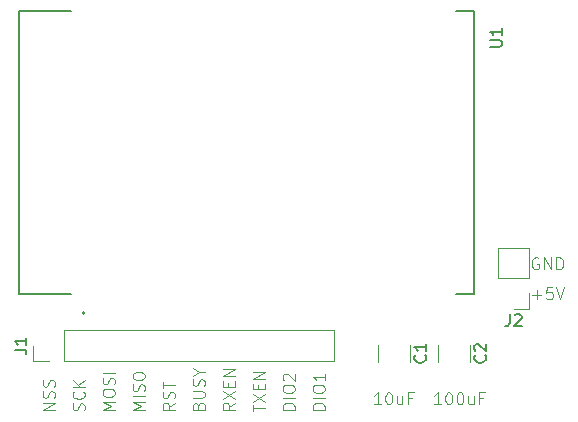
<source format=gbr>
%TF.GenerationSoftware,KiCad,Pcbnew,9.0.0*%
%TF.CreationDate,2025-02-26T09:21:49+02:00*%
%TF.ProjectId,E900M30S shield,45393030-4d33-4305-9320-736869656c64,rev?*%
%TF.SameCoordinates,Original*%
%TF.FileFunction,Legend,Top*%
%TF.FilePolarity,Positive*%
%FSLAX46Y46*%
G04 Gerber Fmt 4.6, Leading zero omitted, Abs format (unit mm)*
G04 Created by KiCad (PCBNEW 9.0.0) date 2025-02-26 09:21:49*
%MOMM*%
%LPD*%
G01*
G04 APERTURE LIST*
%ADD10C,0.100000*%
%ADD11C,0.150000*%
%ADD12C,0.120000*%
%ADD13C,0.127000*%
%ADD14C,0.200000*%
G04 APERTURE END LIST*
D10*
X147512693Y-133857419D02*
X146941265Y-133857419D01*
X147226979Y-133857419D02*
X147226979Y-132857419D01*
X147226979Y-132857419D02*
X147131741Y-133000276D01*
X147131741Y-133000276D02*
X147036503Y-133095514D01*
X147036503Y-133095514D02*
X146941265Y-133143133D01*
X148131741Y-132857419D02*
X148226979Y-132857419D01*
X148226979Y-132857419D02*
X148322217Y-132905038D01*
X148322217Y-132905038D02*
X148369836Y-132952657D01*
X148369836Y-132952657D02*
X148417455Y-133047895D01*
X148417455Y-133047895D02*
X148465074Y-133238371D01*
X148465074Y-133238371D02*
X148465074Y-133476466D01*
X148465074Y-133476466D02*
X148417455Y-133666942D01*
X148417455Y-133666942D02*
X148369836Y-133762180D01*
X148369836Y-133762180D02*
X148322217Y-133809800D01*
X148322217Y-133809800D02*
X148226979Y-133857419D01*
X148226979Y-133857419D02*
X148131741Y-133857419D01*
X148131741Y-133857419D02*
X148036503Y-133809800D01*
X148036503Y-133809800D02*
X147988884Y-133762180D01*
X147988884Y-133762180D02*
X147941265Y-133666942D01*
X147941265Y-133666942D02*
X147893646Y-133476466D01*
X147893646Y-133476466D02*
X147893646Y-133238371D01*
X147893646Y-133238371D02*
X147941265Y-133047895D01*
X147941265Y-133047895D02*
X147988884Y-132952657D01*
X147988884Y-132952657D02*
X148036503Y-132905038D01*
X148036503Y-132905038D02*
X148131741Y-132857419D01*
X149322217Y-133190752D02*
X149322217Y-133857419D01*
X148893646Y-133190752D02*
X148893646Y-133714561D01*
X148893646Y-133714561D02*
X148941265Y-133809800D01*
X148941265Y-133809800D02*
X149036503Y-133857419D01*
X149036503Y-133857419D02*
X149179360Y-133857419D01*
X149179360Y-133857419D02*
X149274598Y-133809800D01*
X149274598Y-133809800D02*
X149322217Y-133762180D01*
X150131741Y-133333609D02*
X149798408Y-133333609D01*
X149798408Y-133857419D02*
X149798408Y-132857419D01*
X149798408Y-132857419D02*
X150274598Y-132857419D01*
X124967419Y-134316115D02*
X123967419Y-134316115D01*
X123967419Y-134316115D02*
X124681704Y-133982782D01*
X124681704Y-133982782D02*
X123967419Y-133649449D01*
X123967419Y-133649449D02*
X124967419Y-133649449D01*
X123967419Y-132982782D02*
X123967419Y-132792306D01*
X123967419Y-132792306D02*
X124015038Y-132697068D01*
X124015038Y-132697068D02*
X124110276Y-132601830D01*
X124110276Y-132601830D02*
X124300752Y-132554211D01*
X124300752Y-132554211D02*
X124634085Y-132554211D01*
X124634085Y-132554211D02*
X124824561Y-132601830D01*
X124824561Y-132601830D02*
X124919800Y-132697068D01*
X124919800Y-132697068D02*
X124967419Y-132792306D01*
X124967419Y-132792306D02*
X124967419Y-132982782D01*
X124967419Y-132982782D02*
X124919800Y-133078020D01*
X124919800Y-133078020D02*
X124824561Y-133173258D01*
X124824561Y-133173258D02*
X124634085Y-133220877D01*
X124634085Y-133220877D02*
X124300752Y-133220877D01*
X124300752Y-133220877D02*
X124110276Y-133173258D01*
X124110276Y-133173258D02*
X124015038Y-133078020D01*
X124015038Y-133078020D02*
X123967419Y-132982782D01*
X124919800Y-132173258D02*
X124967419Y-132030401D01*
X124967419Y-132030401D02*
X124967419Y-131792306D01*
X124967419Y-131792306D02*
X124919800Y-131697068D01*
X124919800Y-131697068D02*
X124872180Y-131649449D01*
X124872180Y-131649449D02*
X124776942Y-131601830D01*
X124776942Y-131601830D02*
X124681704Y-131601830D01*
X124681704Y-131601830D02*
X124586466Y-131649449D01*
X124586466Y-131649449D02*
X124538847Y-131697068D01*
X124538847Y-131697068D02*
X124491228Y-131792306D01*
X124491228Y-131792306D02*
X124443609Y-131982782D01*
X124443609Y-131982782D02*
X124395990Y-132078020D01*
X124395990Y-132078020D02*
X124348371Y-132125639D01*
X124348371Y-132125639D02*
X124253133Y-132173258D01*
X124253133Y-132173258D02*
X124157895Y-132173258D01*
X124157895Y-132173258D02*
X124062657Y-132125639D01*
X124062657Y-132125639D02*
X124015038Y-132078020D01*
X124015038Y-132078020D02*
X123967419Y-131982782D01*
X123967419Y-131982782D02*
X123967419Y-131744687D01*
X123967419Y-131744687D02*
X124015038Y-131601830D01*
X124967419Y-131173258D02*
X123967419Y-131173258D01*
X160323884Y-124586466D02*
X161085789Y-124586466D01*
X160704836Y-124967419D02*
X160704836Y-124205514D01*
X162038169Y-123967419D02*
X161561979Y-123967419D01*
X161561979Y-123967419D02*
X161514360Y-124443609D01*
X161514360Y-124443609D02*
X161561979Y-124395990D01*
X161561979Y-124395990D02*
X161657217Y-124348371D01*
X161657217Y-124348371D02*
X161895312Y-124348371D01*
X161895312Y-124348371D02*
X161990550Y-124395990D01*
X161990550Y-124395990D02*
X162038169Y-124443609D01*
X162038169Y-124443609D02*
X162085788Y-124538847D01*
X162085788Y-124538847D02*
X162085788Y-124776942D01*
X162085788Y-124776942D02*
X162038169Y-124872180D01*
X162038169Y-124872180D02*
X161990550Y-124919800D01*
X161990550Y-124919800D02*
X161895312Y-124967419D01*
X161895312Y-124967419D02*
X161657217Y-124967419D01*
X161657217Y-124967419D02*
X161561979Y-124919800D01*
X161561979Y-124919800D02*
X161514360Y-124872180D01*
X162371503Y-123967419D02*
X162704836Y-124967419D01*
X162704836Y-124967419D02*
X163038169Y-123967419D01*
X127507419Y-134316115D02*
X126507419Y-134316115D01*
X126507419Y-134316115D02*
X127221704Y-133982782D01*
X127221704Y-133982782D02*
X126507419Y-133649449D01*
X126507419Y-133649449D02*
X127507419Y-133649449D01*
X127507419Y-133173258D02*
X126507419Y-133173258D01*
X127459800Y-132744687D02*
X127507419Y-132601830D01*
X127507419Y-132601830D02*
X127507419Y-132363735D01*
X127507419Y-132363735D02*
X127459800Y-132268497D01*
X127459800Y-132268497D02*
X127412180Y-132220878D01*
X127412180Y-132220878D02*
X127316942Y-132173259D01*
X127316942Y-132173259D02*
X127221704Y-132173259D01*
X127221704Y-132173259D02*
X127126466Y-132220878D01*
X127126466Y-132220878D02*
X127078847Y-132268497D01*
X127078847Y-132268497D02*
X127031228Y-132363735D01*
X127031228Y-132363735D02*
X126983609Y-132554211D01*
X126983609Y-132554211D02*
X126935990Y-132649449D01*
X126935990Y-132649449D02*
X126888371Y-132697068D01*
X126888371Y-132697068D02*
X126793133Y-132744687D01*
X126793133Y-132744687D02*
X126697895Y-132744687D01*
X126697895Y-132744687D02*
X126602657Y-132697068D01*
X126602657Y-132697068D02*
X126555038Y-132649449D01*
X126555038Y-132649449D02*
X126507419Y-132554211D01*
X126507419Y-132554211D02*
X126507419Y-132316116D01*
X126507419Y-132316116D02*
X126555038Y-132173259D01*
X126507419Y-131554211D02*
X126507419Y-131363735D01*
X126507419Y-131363735D02*
X126555038Y-131268497D01*
X126555038Y-131268497D02*
X126650276Y-131173259D01*
X126650276Y-131173259D02*
X126840752Y-131125640D01*
X126840752Y-131125640D02*
X127174085Y-131125640D01*
X127174085Y-131125640D02*
X127364561Y-131173259D01*
X127364561Y-131173259D02*
X127459800Y-131268497D01*
X127459800Y-131268497D02*
X127507419Y-131363735D01*
X127507419Y-131363735D02*
X127507419Y-131554211D01*
X127507419Y-131554211D02*
X127459800Y-131649449D01*
X127459800Y-131649449D02*
X127364561Y-131744687D01*
X127364561Y-131744687D02*
X127174085Y-131792306D01*
X127174085Y-131792306D02*
X126840752Y-131792306D01*
X126840752Y-131792306D02*
X126650276Y-131744687D01*
X126650276Y-131744687D02*
X126555038Y-131649449D01*
X126555038Y-131649449D02*
X126507419Y-131554211D01*
X160847693Y-121475038D02*
X160752455Y-121427419D01*
X160752455Y-121427419D02*
X160609598Y-121427419D01*
X160609598Y-121427419D02*
X160466741Y-121475038D01*
X160466741Y-121475038D02*
X160371503Y-121570276D01*
X160371503Y-121570276D02*
X160323884Y-121665514D01*
X160323884Y-121665514D02*
X160276265Y-121855990D01*
X160276265Y-121855990D02*
X160276265Y-121998847D01*
X160276265Y-121998847D02*
X160323884Y-122189323D01*
X160323884Y-122189323D02*
X160371503Y-122284561D01*
X160371503Y-122284561D02*
X160466741Y-122379800D01*
X160466741Y-122379800D02*
X160609598Y-122427419D01*
X160609598Y-122427419D02*
X160704836Y-122427419D01*
X160704836Y-122427419D02*
X160847693Y-122379800D01*
X160847693Y-122379800D02*
X160895312Y-122332180D01*
X160895312Y-122332180D02*
X160895312Y-121998847D01*
X160895312Y-121998847D02*
X160704836Y-121998847D01*
X161323884Y-122427419D02*
X161323884Y-121427419D01*
X161323884Y-121427419D02*
X161895312Y-122427419D01*
X161895312Y-122427419D02*
X161895312Y-121427419D01*
X162371503Y-122427419D02*
X162371503Y-121427419D01*
X162371503Y-121427419D02*
X162609598Y-121427419D01*
X162609598Y-121427419D02*
X162752455Y-121475038D01*
X162752455Y-121475038D02*
X162847693Y-121570276D01*
X162847693Y-121570276D02*
X162895312Y-121665514D01*
X162895312Y-121665514D02*
X162942931Y-121855990D01*
X162942931Y-121855990D02*
X162942931Y-121998847D01*
X162942931Y-121998847D02*
X162895312Y-122189323D01*
X162895312Y-122189323D02*
X162847693Y-122284561D01*
X162847693Y-122284561D02*
X162752455Y-122379800D01*
X162752455Y-122379800D02*
X162609598Y-122427419D01*
X162609598Y-122427419D02*
X162371503Y-122427419D01*
X140207419Y-134316115D02*
X139207419Y-134316115D01*
X139207419Y-134316115D02*
X139207419Y-134078020D01*
X139207419Y-134078020D02*
X139255038Y-133935163D01*
X139255038Y-133935163D02*
X139350276Y-133839925D01*
X139350276Y-133839925D02*
X139445514Y-133792306D01*
X139445514Y-133792306D02*
X139635990Y-133744687D01*
X139635990Y-133744687D02*
X139778847Y-133744687D01*
X139778847Y-133744687D02*
X139969323Y-133792306D01*
X139969323Y-133792306D02*
X140064561Y-133839925D01*
X140064561Y-133839925D02*
X140159800Y-133935163D01*
X140159800Y-133935163D02*
X140207419Y-134078020D01*
X140207419Y-134078020D02*
X140207419Y-134316115D01*
X140207419Y-133316115D02*
X139207419Y-133316115D01*
X139207419Y-132649449D02*
X139207419Y-132458973D01*
X139207419Y-132458973D02*
X139255038Y-132363735D01*
X139255038Y-132363735D02*
X139350276Y-132268497D01*
X139350276Y-132268497D02*
X139540752Y-132220878D01*
X139540752Y-132220878D02*
X139874085Y-132220878D01*
X139874085Y-132220878D02*
X140064561Y-132268497D01*
X140064561Y-132268497D02*
X140159800Y-132363735D01*
X140159800Y-132363735D02*
X140207419Y-132458973D01*
X140207419Y-132458973D02*
X140207419Y-132649449D01*
X140207419Y-132649449D02*
X140159800Y-132744687D01*
X140159800Y-132744687D02*
X140064561Y-132839925D01*
X140064561Y-132839925D02*
X139874085Y-132887544D01*
X139874085Y-132887544D02*
X139540752Y-132887544D01*
X139540752Y-132887544D02*
X139350276Y-132839925D01*
X139350276Y-132839925D02*
X139255038Y-132744687D01*
X139255038Y-132744687D02*
X139207419Y-132649449D01*
X139302657Y-131839925D02*
X139255038Y-131792306D01*
X139255038Y-131792306D02*
X139207419Y-131697068D01*
X139207419Y-131697068D02*
X139207419Y-131458973D01*
X139207419Y-131458973D02*
X139255038Y-131363735D01*
X139255038Y-131363735D02*
X139302657Y-131316116D01*
X139302657Y-131316116D02*
X139397895Y-131268497D01*
X139397895Y-131268497D02*
X139493133Y-131268497D01*
X139493133Y-131268497D02*
X139635990Y-131316116D01*
X139635990Y-131316116D02*
X140207419Y-131887544D01*
X140207419Y-131887544D02*
X140207419Y-131268497D01*
X122379800Y-134363734D02*
X122427419Y-134220877D01*
X122427419Y-134220877D02*
X122427419Y-133982782D01*
X122427419Y-133982782D02*
X122379800Y-133887544D01*
X122379800Y-133887544D02*
X122332180Y-133839925D01*
X122332180Y-133839925D02*
X122236942Y-133792306D01*
X122236942Y-133792306D02*
X122141704Y-133792306D01*
X122141704Y-133792306D02*
X122046466Y-133839925D01*
X122046466Y-133839925D02*
X121998847Y-133887544D01*
X121998847Y-133887544D02*
X121951228Y-133982782D01*
X121951228Y-133982782D02*
X121903609Y-134173258D01*
X121903609Y-134173258D02*
X121855990Y-134268496D01*
X121855990Y-134268496D02*
X121808371Y-134316115D01*
X121808371Y-134316115D02*
X121713133Y-134363734D01*
X121713133Y-134363734D02*
X121617895Y-134363734D01*
X121617895Y-134363734D02*
X121522657Y-134316115D01*
X121522657Y-134316115D02*
X121475038Y-134268496D01*
X121475038Y-134268496D02*
X121427419Y-134173258D01*
X121427419Y-134173258D02*
X121427419Y-133935163D01*
X121427419Y-133935163D02*
X121475038Y-133792306D01*
X122332180Y-132792306D02*
X122379800Y-132839925D01*
X122379800Y-132839925D02*
X122427419Y-132982782D01*
X122427419Y-132982782D02*
X122427419Y-133078020D01*
X122427419Y-133078020D02*
X122379800Y-133220877D01*
X122379800Y-133220877D02*
X122284561Y-133316115D01*
X122284561Y-133316115D02*
X122189323Y-133363734D01*
X122189323Y-133363734D02*
X121998847Y-133411353D01*
X121998847Y-133411353D02*
X121855990Y-133411353D01*
X121855990Y-133411353D02*
X121665514Y-133363734D01*
X121665514Y-133363734D02*
X121570276Y-133316115D01*
X121570276Y-133316115D02*
X121475038Y-133220877D01*
X121475038Y-133220877D02*
X121427419Y-133078020D01*
X121427419Y-133078020D02*
X121427419Y-132982782D01*
X121427419Y-132982782D02*
X121475038Y-132839925D01*
X121475038Y-132839925D02*
X121522657Y-132792306D01*
X122427419Y-132363734D02*
X121427419Y-132363734D01*
X122427419Y-131792306D02*
X121855990Y-132220877D01*
X121427419Y-131792306D02*
X121998847Y-132363734D01*
X119887419Y-134316115D02*
X118887419Y-134316115D01*
X118887419Y-134316115D02*
X119887419Y-133744687D01*
X119887419Y-133744687D02*
X118887419Y-133744687D01*
X119839800Y-133316115D02*
X119887419Y-133173258D01*
X119887419Y-133173258D02*
X119887419Y-132935163D01*
X119887419Y-132935163D02*
X119839800Y-132839925D01*
X119839800Y-132839925D02*
X119792180Y-132792306D01*
X119792180Y-132792306D02*
X119696942Y-132744687D01*
X119696942Y-132744687D02*
X119601704Y-132744687D01*
X119601704Y-132744687D02*
X119506466Y-132792306D01*
X119506466Y-132792306D02*
X119458847Y-132839925D01*
X119458847Y-132839925D02*
X119411228Y-132935163D01*
X119411228Y-132935163D02*
X119363609Y-133125639D01*
X119363609Y-133125639D02*
X119315990Y-133220877D01*
X119315990Y-133220877D02*
X119268371Y-133268496D01*
X119268371Y-133268496D02*
X119173133Y-133316115D01*
X119173133Y-133316115D02*
X119077895Y-133316115D01*
X119077895Y-133316115D02*
X118982657Y-133268496D01*
X118982657Y-133268496D02*
X118935038Y-133220877D01*
X118935038Y-133220877D02*
X118887419Y-133125639D01*
X118887419Y-133125639D02*
X118887419Y-132887544D01*
X118887419Y-132887544D02*
X118935038Y-132744687D01*
X119839800Y-132363734D02*
X119887419Y-132220877D01*
X119887419Y-132220877D02*
X119887419Y-131982782D01*
X119887419Y-131982782D02*
X119839800Y-131887544D01*
X119839800Y-131887544D02*
X119792180Y-131839925D01*
X119792180Y-131839925D02*
X119696942Y-131792306D01*
X119696942Y-131792306D02*
X119601704Y-131792306D01*
X119601704Y-131792306D02*
X119506466Y-131839925D01*
X119506466Y-131839925D02*
X119458847Y-131887544D01*
X119458847Y-131887544D02*
X119411228Y-131982782D01*
X119411228Y-131982782D02*
X119363609Y-132173258D01*
X119363609Y-132173258D02*
X119315990Y-132268496D01*
X119315990Y-132268496D02*
X119268371Y-132316115D01*
X119268371Y-132316115D02*
X119173133Y-132363734D01*
X119173133Y-132363734D02*
X119077895Y-132363734D01*
X119077895Y-132363734D02*
X118982657Y-132316115D01*
X118982657Y-132316115D02*
X118935038Y-132268496D01*
X118935038Y-132268496D02*
X118887419Y-132173258D01*
X118887419Y-132173258D02*
X118887419Y-131935163D01*
X118887419Y-131935163D02*
X118935038Y-131792306D01*
X135127419Y-133744687D02*
X134651228Y-134078020D01*
X135127419Y-134316115D02*
X134127419Y-134316115D01*
X134127419Y-134316115D02*
X134127419Y-133935163D01*
X134127419Y-133935163D02*
X134175038Y-133839925D01*
X134175038Y-133839925D02*
X134222657Y-133792306D01*
X134222657Y-133792306D02*
X134317895Y-133744687D01*
X134317895Y-133744687D02*
X134460752Y-133744687D01*
X134460752Y-133744687D02*
X134555990Y-133792306D01*
X134555990Y-133792306D02*
X134603609Y-133839925D01*
X134603609Y-133839925D02*
X134651228Y-133935163D01*
X134651228Y-133935163D02*
X134651228Y-134316115D01*
X134127419Y-133411353D02*
X135127419Y-132744687D01*
X134127419Y-132744687D02*
X135127419Y-133411353D01*
X134603609Y-132363734D02*
X134603609Y-132030401D01*
X135127419Y-131887544D02*
X135127419Y-132363734D01*
X135127419Y-132363734D02*
X134127419Y-132363734D01*
X134127419Y-132363734D02*
X134127419Y-131887544D01*
X135127419Y-131458972D02*
X134127419Y-131458972D01*
X134127419Y-131458972D02*
X135127419Y-130887544D01*
X135127419Y-130887544D02*
X134127419Y-130887544D01*
X132063609Y-133982782D02*
X132111228Y-133839925D01*
X132111228Y-133839925D02*
X132158847Y-133792306D01*
X132158847Y-133792306D02*
X132254085Y-133744687D01*
X132254085Y-133744687D02*
X132396942Y-133744687D01*
X132396942Y-133744687D02*
X132492180Y-133792306D01*
X132492180Y-133792306D02*
X132539800Y-133839925D01*
X132539800Y-133839925D02*
X132587419Y-133935163D01*
X132587419Y-133935163D02*
X132587419Y-134316115D01*
X132587419Y-134316115D02*
X131587419Y-134316115D01*
X131587419Y-134316115D02*
X131587419Y-133982782D01*
X131587419Y-133982782D02*
X131635038Y-133887544D01*
X131635038Y-133887544D02*
X131682657Y-133839925D01*
X131682657Y-133839925D02*
X131777895Y-133792306D01*
X131777895Y-133792306D02*
X131873133Y-133792306D01*
X131873133Y-133792306D02*
X131968371Y-133839925D01*
X131968371Y-133839925D02*
X132015990Y-133887544D01*
X132015990Y-133887544D02*
X132063609Y-133982782D01*
X132063609Y-133982782D02*
X132063609Y-134316115D01*
X131587419Y-133316115D02*
X132396942Y-133316115D01*
X132396942Y-133316115D02*
X132492180Y-133268496D01*
X132492180Y-133268496D02*
X132539800Y-133220877D01*
X132539800Y-133220877D02*
X132587419Y-133125639D01*
X132587419Y-133125639D02*
X132587419Y-132935163D01*
X132587419Y-132935163D02*
X132539800Y-132839925D01*
X132539800Y-132839925D02*
X132492180Y-132792306D01*
X132492180Y-132792306D02*
X132396942Y-132744687D01*
X132396942Y-132744687D02*
X131587419Y-132744687D01*
X132539800Y-132316115D02*
X132587419Y-132173258D01*
X132587419Y-132173258D02*
X132587419Y-131935163D01*
X132587419Y-131935163D02*
X132539800Y-131839925D01*
X132539800Y-131839925D02*
X132492180Y-131792306D01*
X132492180Y-131792306D02*
X132396942Y-131744687D01*
X132396942Y-131744687D02*
X132301704Y-131744687D01*
X132301704Y-131744687D02*
X132206466Y-131792306D01*
X132206466Y-131792306D02*
X132158847Y-131839925D01*
X132158847Y-131839925D02*
X132111228Y-131935163D01*
X132111228Y-131935163D02*
X132063609Y-132125639D01*
X132063609Y-132125639D02*
X132015990Y-132220877D01*
X132015990Y-132220877D02*
X131968371Y-132268496D01*
X131968371Y-132268496D02*
X131873133Y-132316115D01*
X131873133Y-132316115D02*
X131777895Y-132316115D01*
X131777895Y-132316115D02*
X131682657Y-132268496D01*
X131682657Y-132268496D02*
X131635038Y-132220877D01*
X131635038Y-132220877D02*
X131587419Y-132125639D01*
X131587419Y-132125639D02*
X131587419Y-131887544D01*
X131587419Y-131887544D02*
X131635038Y-131744687D01*
X132111228Y-131125639D02*
X132587419Y-131125639D01*
X131587419Y-131458972D02*
X132111228Y-131125639D01*
X132111228Y-131125639D02*
X131587419Y-130792306D01*
X142747419Y-134316115D02*
X141747419Y-134316115D01*
X141747419Y-134316115D02*
X141747419Y-134078020D01*
X141747419Y-134078020D02*
X141795038Y-133935163D01*
X141795038Y-133935163D02*
X141890276Y-133839925D01*
X141890276Y-133839925D02*
X141985514Y-133792306D01*
X141985514Y-133792306D02*
X142175990Y-133744687D01*
X142175990Y-133744687D02*
X142318847Y-133744687D01*
X142318847Y-133744687D02*
X142509323Y-133792306D01*
X142509323Y-133792306D02*
X142604561Y-133839925D01*
X142604561Y-133839925D02*
X142699800Y-133935163D01*
X142699800Y-133935163D02*
X142747419Y-134078020D01*
X142747419Y-134078020D02*
X142747419Y-134316115D01*
X142747419Y-133316115D02*
X141747419Y-133316115D01*
X141747419Y-132649449D02*
X141747419Y-132458973D01*
X141747419Y-132458973D02*
X141795038Y-132363735D01*
X141795038Y-132363735D02*
X141890276Y-132268497D01*
X141890276Y-132268497D02*
X142080752Y-132220878D01*
X142080752Y-132220878D02*
X142414085Y-132220878D01*
X142414085Y-132220878D02*
X142604561Y-132268497D01*
X142604561Y-132268497D02*
X142699800Y-132363735D01*
X142699800Y-132363735D02*
X142747419Y-132458973D01*
X142747419Y-132458973D02*
X142747419Y-132649449D01*
X142747419Y-132649449D02*
X142699800Y-132744687D01*
X142699800Y-132744687D02*
X142604561Y-132839925D01*
X142604561Y-132839925D02*
X142414085Y-132887544D01*
X142414085Y-132887544D02*
X142080752Y-132887544D01*
X142080752Y-132887544D02*
X141890276Y-132839925D01*
X141890276Y-132839925D02*
X141795038Y-132744687D01*
X141795038Y-132744687D02*
X141747419Y-132649449D01*
X142747419Y-131268497D02*
X142747419Y-131839925D01*
X142747419Y-131554211D02*
X141747419Y-131554211D01*
X141747419Y-131554211D02*
X141890276Y-131649449D01*
X141890276Y-131649449D02*
X141985514Y-131744687D01*
X141985514Y-131744687D02*
X142033133Y-131839925D01*
X152592693Y-133857419D02*
X152021265Y-133857419D01*
X152306979Y-133857419D02*
X152306979Y-132857419D01*
X152306979Y-132857419D02*
X152211741Y-133000276D01*
X152211741Y-133000276D02*
X152116503Y-133095514D01*
X152116503Y-133095514D02*
X152021265Y-133143133D01*
X153211741Y-132857419D02*
X153306979Y-132857419D01*
X153306979Y-132857419D02*
X153402217Y-132905038D01*
X153402217Y-132905038D02*
X153449836Y-132952657D01*
X153449836Y-132952657D02*
X153497455Y-133047895D01*
X153497455Y-133047895D02*
X153545074Y-133238371D01*
X153545074Y-133238371D02*
X153545074Y-133476466D01*
X153545074Y-133476466D02*
X153497455Y-133666942D01*
X153497455Y-133666942D02*
X153449836Y-133762180D01*
X153449836Y-133762180D02*
X153402217Y-133809800D01*
X153402217Y-133809800D02*
X153306979Y-133857419D01*
X153306979Y-133857419D02*
X153211741Y-133857419D01*
X153211741Y-133857419D02*
X153116503Y-133809800D01*
X153116503Y-133809800D02*
X153068884Y-133762180D01*
X153068884Y-133762180D02*
X153021265Y-133666942D01*
X153021265Y-133666942D02*
X152973646Y-133476466D01*
X152973646Y-133476466D02*
X152973646Y-133238371D01*
X152973646Y-133238371D02*
X153021265Y-133047895D01*
X153021265Y-133047895D02*
X153068884Y-132952657D01*
X153068884Y-132952657D02*
X153116503Y-132905038D01*
X153116503Y-132905038D02*
X153211741Y-132857419D01*
X154164122Y-132857419D02*
X154259360Y-132857419D01*
X154259360Y-132857419D02*
X154354598Y-132905038D01*
X154354598Y-132905038D02*
X154402217Y-132952657D01*
X154402217Y-132952657D02*
X154449836Y-133047895D01*
X154449836Y-133047895D02*
X154497455Y-133238371D01*
X154497455Y-133238371D02*
X154497455Y-133476466D01*
X154497455Y-133476466D02*
X154449836Y-133666942D01*
X154449836Y-133666942D02*
X154402217Y-133762180D01*
X154402217Y-133762180D02*
X154354598Y-133809800D01*
X154354598Y-133809800D02*
X154259360Y-133857419D01*
X154259360Y-133857419D02*
X154164122Y-133857419D01*
X154164122Y-133857419D02*
X154068884Y-133809800D01*
X154068884Y-133809800D02*
X154021265Y-133762180D01*
X154021265Y-133762180D02*
X153973646Y-133666942D01*
X153973646Y-133666942D02*
X153926027Y-133476466D01*
X153926027Y-133476466D02*
X153926027Y-133238371D01*
X153926027Y-133238371D02*
X153973646Y-133047895D01*
X153973646Y-133047895D02*
X154021265Y-132952657D01*
X154021265Y-132952657D02*
X154068884Y-132905038D01*
X154068884Y-132905038D02*
X154164122Y-132857419D01*
X155354598Y-133190752D02*
X155354598Y-133857419D01*
X154926027Y-133190752D02*
X154926027Y-133714561D01*
X154926027Y-133714561D02*
X154973646Y-133809800D01*
X154973646Y-133809800D02*
X155068884Y-133857419D01*
X155068884Y-133857419D02*
X155211741Y-133857419D01*
X155211741Y-133857419D02*
X155306979Y-133809800D01*
X155306979Y-133809800D02*
X155354598Y-133762180D01*
X156164122Y-133333609D02*
X155830789Y-133333609D01*
X155830789Y-133857419D02*
X155830789Y-132857419D01*
X155830789Y-132857419D02*
X156306979Y-132857419D01*
X136667419Y-134458972D02*
X136667419Y-133887544D01*
X137667419Y-134173258D02*
X136667419Y-134173258D01*
X136667419Y-133649448D02*
X137667419Y-132982782D01*
X136667419Y-132982782D02*
X137667419Y-133649448D01*
X137143609Y-132601829D02*
X137143609Y-132268496D01*
X137667419Y-132125639D02*
X137667419Y-132601829D01*
X137667419Y-132601829D02*
X136667419Y-132601829D01*
X136667419Y-132601829D02*
X136667419Y-132125639D01*
X137667419Y-131697067D02*
X136667419Y-131697067D01*
X136667419Y-131697067D02*
X137667419Y-131125639D01*
X137667419Y-131125639D02*
X136667419Y-131125639D01*
X130047419Y-133744687D02*
X129571228Y-134078020D01*
X130047419Y-134316115D02*
X129047419Y-134316115D01*
X129047419Y-134316115D02*
X129047419Y-133935163D01*
X129047419Y-133935163D02*
X129095038Y-133839925D01*
X129095038Y-133839925D02*
X129142657Y-133792306D01*
X129142657Y-133792306D02*
X129237895Y-133744687D01*
X129237895Y-133744687D02*
X129380752Y-133744687D01*
X129380752Y-133744687D02*
X129475990Y-133792306D01*
X129475990Y-133792306D02*
X129523609Y-133839925D01*
X129523609Y-133839925D02*
X129571228Y-133935163D01*
X129571228Y-133935163D02*
X129571228Y-134316115D01*
X129999800Y-133363734D02*
X130047419Y-133220877D01*
X130047419Y-133220877D02*
X130047419Y-132982782D01*
X130047419Y-132982782D02*
X129999800Y-132887544D01*
X129999800Y-132887544D02*
X129952180Y-132839925D01*
X129952180Y-132839925D02*
X129856942Y-132792306D01*
X129856942Y-132792306D02*
X129761704Y-132792306D01*
X129761704Y-132792306D02*
X129666466Y-132839925D01*
X129666466Y-132839925D02*
X129618847Y-132887544D01*
X129618847Y-132887544D02*
X129571228Y-132982782D01*
X129571228Y-132982782D02*
X129523609Y-133173258D01*
X129523609Y-133173258D02*
X129475990Y-133268496D01*
X129475990Y-133268496D02*
X129428371Y-133316115D01*
X129428371Y-133316115D02*
X129333133Y-133363734D01*
X129333133Y-133363734D02*
X129237895Y-133363734D01*
X129237895Y-133363734D02*
X129142657Y-133316115D01*
X129142657Y-133316115D02*
X129095038Y-133268496D01*
X129095038Y-133268496D02*
X129047419Y-133173258D01*
X129047419Y-133173258D02*
X129047419Y-132935163D01*
X129047419Y-132935163D02*
X129095038Y-132792306D01*
X129047419Y-132506591D02*
X129047419Y-131935163D01*
X130047419Y-132220877D02*
X129047419Y-132220877D01*
D11*
X116504819Y-129238333D02*
X117219104Y-129238333D01*
X117219104Y-129238333D02*
X117361961Y-129285952D01*
X117361961Y-129285952D02*
X117457200Y-129381190D01*
X117457200Y-129381190D02*
X117504819Y-129524047D01*
X117504819Y-129524047D02*
X117504819Y-129619285D01*
X117504819Y-128238333D02*
X117504819Y-128809761D01*
X117504819Y-128524047D02*
X116504819Y-128524047D01*
X116504819Y-128524047D02*
X116647676Y-128619285D01*
X116647676Y-128619285D02*
X116742914Y-128714523D01*
X116742914Y-128714523D02*
X116790533Y-128809761D01*
X158416666Y-126244819D02*
X158416666Y-126959104D01*
X158416666Y-126959104D02*
X158369047Y-127101961D01*
X158369047Y-127101961D02*
X158273809Y-127197200D01*
X158273809Y-127197200D02*
X158130952Y-127244819D01*
X158130952Y-127244819D02*
X158035714Y-127244819D01*
X158845238Y-126340057D02*
X158892857Y-126292438D01*
X158892857Y-126292438D02*
X158988095Y-126244819D01*
X158988095Y-126244819D02*
X159226190Y-126244819D01*
X159226190Y-126244819D02*
X159321428Y-126292438D01*
X159321428Y-126292438D02*
X159369047Y-126340057D01*
X159369047Y-126340057D02*
X159416666Y-126435295D01*
X159416666Y-126435295D02*
X159416666Y-126530533D01*
X159416666Y-126530533D02*
X159369047Y-126673390D01*
X159369047Y-126673390D02*
X158797619Y-127244819D01*
X158797619Y-127244819D02*
X159416666Y-127244819D01*
X151249580Y-129706666D02*
X151297200Y-129754285D01*
X151297200Y-129754285D02*
X151344819Y-129897142D01*
X151344819Y-129897142D02*
X151344819Y-129992380D01*
X151344819Y-129992380D02*
X151297200Y-130135237D01*
X151297200Y-130135237D02*
X151201961Y-130230475D01*
X151201961Y-130230475D02*
X151106723Y-130278094D01*
X151106723Y-130278094D02*
X150916247Y-130325713D01*
X150916247Y-130325713D02*
X150773390Y-130325713D01*
X150773390Y-130325713D02*
X150582914Y-130278094D01*
X150582914Y-130278094D02*
X150487676Y-130230475D01*
X150487676Y-130230475D02*
X150392438Y-130135237D01*
X150392438Y-130135237D02*
X150344819Y-129992380D01*
X150344819Y-129992380D02*
X150344819Y-129897142D01*
X150344819Y-129897142D02*
X150392438Y-129754285D01*
X150392438Y-129754285D02*
X150440057Y-129706666D01*
X151344819Y-128754285D02*
X151344819Y-129325713D01*
X151344819Y-129039999D02*
X150344819Y-129039999D01*
X150344819Y-129039999D02*
X150487676Y-129135237D01*
X150487676Y-129135237D02*
X150582914Y-129230475D01*
X150582914Y-129230475D02*
X150630533Y-129325713D01*
X156739819Y-103606904D02*
X157549342Y-103606904D01*
X157549342Y-103606904D02*
X157644580Y-103559285D01*
X157644580Y-103559285D02*
X157692200Y-103511666D01*
X157692200Y-103511666D02*
X157739819Y-103416428D01*
X157739819Y-103416428D02*
X157739819Y-103225952D01*
X157739819Y-103225952D02*
X157692200Y-103130714D01*
X157692200Y-103130714D02*
X157644580Y-103083095D01*
X157644580Y-103083095D02*
X157549342Y-103035476D01*
X157549342Y-103035476D02*
X156739819Y-103035476D01*
X157739819Y-102035476D02*
X157739819Y-102606904D01*
X157739819Y-102321190D02*
X156739819Y-102321190D01*
X156739819Y-102321190D02*
X156882676Y-102416428D01*
X156882676Y-102416428D02*
X156977914Y-102511666D01*
X156977914Y-102511666D02*
X157025533Y-102606904D01*
X156329580Y-129706666D02*
X156377200Y-129754285D01*
X156377200Y-129754285D02*
X156424819Y-129897142D01*
X156424819Y-129897142D02*
X156424819Y-129992380D01*
X156424819Y-129992380D02*
X156377200Y-130135237D01*
X156377200Y-130135237D02*
X156281961Y-130230475D01*
X156281961Y-130230475D02*
X156186723Y-130278094D01*
X156186723Y-130278094D02*
X155996247Y-130325713D01*
X155996247Y-130325713D02*
X155853390Y-130325713D01*
X155853390Y-130325713D02*
X155662914Y-130278094D01*
X155662914Y-130278094D02*
X155567676Y-130230475D01*
X155567676Y-130230475D02*
X155472438Y-130135237D01*
X155472438Y-130135237D02*
X155424819Y-129992380D01*
X155424819Y-129992380D02*
X155424819Y-129897142D01*
X155424819Y-129897142D02*
X155472438Y-129754285D01*
X155472438Y-129754285D02*
X155520057Y-129706666D01*
X155520057Y-129325713D02*
X155472438Y-129278094D01*
X155472438Y-129278094D02*
X155424819Y-129182856D01*
X155424819Y-129182856D02*
X155424819Y-128944761D01*
X155424819Y-128944761D02*
X155472438Y-128849523D01*
X155472438Y-128849523D02*
X155520057Y-128801904D01*
X155520057Y-128801904D02*
X155615295Y-128754285D01*
X155615295Y-128754285D02*
X155710533Y-128754285D01*
X155710533Y-128754285D02*
X155853390Y-128801904D01*
X155853390Y-128801904D02*
X156424819Y-129373332D01*
X156424819Y-129373332D02*
X156424819Y-128754285D01*
D12*
%TO.C,J1*%
X118050000Y-130235000D02*
X118050000Y-128905000D01*
X119380000Y-130235000D02*
X118050000Y-130235000D01*
X120650000Y-127575000D02*
X143570000Y-127575000D01*
X120650000Y-130235000D02*
X120650000Y-127575000D01*
X120650000Y-130235000D02*
X143570000Y-130235000D01*
X143570000Y-130235000D02*
X143570000Y-127575000D01*
%TO.C,J2*%
X157420000Y-123190000D02*
X157420000Y-120590000D01*
X160080000Y-120590000D02*
X157420000Y-120590000D01*
X160080000Y-123190000D02*
X157420000Y-123190000D01*
X160080000Y-123190000D02*
X160080000Y-120590000D01*
X160080000Y-124460000D02*
X160080000Y-125790000D01*
X160080000Y-125790000D02*
X158750000Y-125790000D01*
%TO.C,C1*%
X147230000Y-128828748D02*
X147230000Y-130251252D01*
X149950000Y-128828748D02*
X149950000Y-130251252D01*
D13*
%TO.C,U1*%
X116900000Y-100535000D02*
X121255000Y-100535000D01*
X116900000Y-124535000D02*
X116900000Y-100535000D01*
X116900000Y-124535000D02*
X121255000Y-124535000D01*
X153865000Y-100535000D02*
X155400000Y-100535000D01*
X155400000Y-100535000D02*
X155400000Y-124535000D01*
X155400000Y-124535000D02*
X153865000Y-124535000D01*
D14*
X122430000Y-126150000D02*
G75*
G02*
X122230000Y-126150000I-100000J0D01*
G01*
X122230000Y-126150000D02*
G75*
G02*
X122430000Y-126150000I100000J0D01*
G01*
D12*
%TO.C,C2*%
X152310000Y-128828748D02*
X152310000Y-130251252D01*
X155030000Y-128828748D02*
X155030000Y-130251252D01*
%TD*%
M02*

</source>
